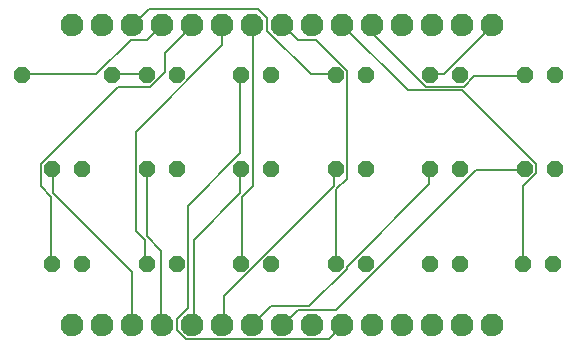
<source format=gbr>
G04 EAGLE Gerber RS-274X export*
G75*
%MOMM*%
%FSLAX34Y34*%
%LPD*%
%INBottom Copper*%
%IPPOS*%
%AMOC8*
5,1,8,0,0,1.08239X$1,22.5*%
G01*
%ADD10C,1.930400*%
%ADD11P,1.429621X8X22.500000*%
%ADD12C,0.152400*%


D10*
X124500Y322500D03*
X149900Y322500D03*
X175300Y322500D03*
X200700Y322500D03*
X226100Y322500D03*
X251500Y322500D03*
X276900Y322500D03*
X302300Y322500D03*
X327700Y322500D03*
X353100Y322500D03*
X378500Y322500D03*
X403900Y322500D03*
X429300Y322500D03*
X454700Y322500D03*
X480100Y322500D03*
X124500Y68500D03*
X149900Y68500D03*
X175300Y68500D03*
X200700Y68500D03*
X226100Y68500D03*
X251500Y68500D03*
X276900Y68500D03*
X302300Y68500D03*
X327700Y68500D03*
X353100Y68500D03*
X378500Y68500D03*
X403900Y68500D03*
X429300Y68500D03*
X454700Y68500D03*
X480100Y68500D03*
D11*
X507300Y280000D03*
X532700Y280000D03*
X427300Y280000D03*
X452700Y280000D03*
X347300Y280000D03*
X372700Y280000D03*
X267300Y280000D03*
X292700Y280000D03*
X187300Y280000D03*
X212700Y280000D03*
X507300Y200000D03*
X532700Y200000D03*
X427300Y200000D03*
X452700Y200000D03*
X347300Y200000D03*
X372700Y200000D03*
X267300Y200000D03*
X292700Y200000D03*
X187300Y200000D03*
X212700Y200000D03*
X107300Y200000D03*
X132700Y200000D03*
X505788Y119604D03*
X531188Y119604D03*
X427300Y120000D03*
X452700Y120000D03*
X347300Y120000D03*
X372700Y120000D03*
X267300Y120000D03*
X292700Y120000D03*
X187300Y120000D03*
X212700Y120000D03*
X107300Y120000D03*
X132700Y120000D03*
X81900Y280000D03*
X158100Y280000D03*
D12*
X106680Y176784D02*
X106680Y120396D01*
X106680Y176784D02*
X97536Y185928D01*
X97536Y204216D01*
X163068Y269748D01*
X190500Y269748D01*
X202692Y281940D01*
X202692Y298704D01*
X225552Y321564D01*
X106680Y120396D02*
X107300Y120000D01*
X225552Y321564D02*
X226100Y322500D01*
X185928Y140208D02*
X185928Y120396D01*
X185928Y140208D02*
X178308Y147828D01*
X178308Y231648D01*
X251460Y304800D01*
X251460Y321564D01*
X187300Y120000D02*
X185928Y120396D01*
X251460Y321564D02*
X251500Y322500D01*
X268224Y176784D02*
X268224Y120396D01*
X268224Y176784D02*
X277368Y185928D01*
X277368Y321564D01*
X268224Y120396D02*
X267300Y120000D01*
X277368Y321564D02*
X276900Y322500D01*
X347472Y182880D02*
X347472Y120396D01*
X347472Y182880D02*
X356616Y192024D01*
X356616Y283464D01*
X330708Y309372D01*
X315468Y309372D01*
X303276Y321564D01*
X347472Y120396D02*
X347300Y120000D01*
X303276Y321564D02*
X302300Y322500D01*
X505968Y185928D02*
X505968Y120396D01*
X505968Y185928D02*
X516636Y196596D01*
X516636Y204216D01*
X454152Y266700D01*
X408432Y266700D01*
X353568Y321564D01*
X505968Y120396D02*
X505788Y119604D01*
X353568Y321564D02*
X353100Y322500D01*
X144780Y280416D02*
X82296Y280416D01*
X144780Y280416D02*
X173736Y309372D01*
X187452Y309372D01*
X199644Y321564D01*
X82296Y280416D02*
X81900Y280000D01*
X199644Y321564D02*
X200700Y322500D01*
X108204Y199644D02*
X108204Y179832D01*
X175260Y112776D01*
X175260Y68580D01*
X108204Y199644D02*
X107300Y200000D01*
X175260Y68580D02*
X175300Y68500D01*
X187452Y143256D02*
X187452Y199644D01*
X187452Y143256D02*
X199644Y131064D01*
X199644Y68580D01*
X187452Y199644D02*
X187300Y200000D01*
X199644Y68580D02*
X200700Y68500D01*
X266700Y179832D02*
X266700Y199644D01*
X266700Y179832D02*
X227076Y140208D01*
X227076Y68580D01*
X266700Y199644D02*
X267300Y200000D01*
X227076Y68580D02*
X226100Y68500D01*
X345948Y185928D02*
X345948Y199644D01*
X345948Y185928D02*
X252984Y92964D01*
X252984Y68580D01*
X345948Y199644D02*
X347300Y200000D01*
X252984Y68580D02*
X251500Y68500D01*
X426720Y187452D02*
X426720Y199644D01*
X426720Y187452D02*
X356616Y117348D01*
X356616Y115824D01*
X324612Y83820D01*
X292608Y83820D01*
X277368Y68580D01*
X426720Y199644D02*
X427300Y200000D01*
X277368Y68580D02*
X276900Y68500D01*
X466344Y199644D02*
X505968Y199644D01*
X466344Y199644D02*
X347472Y80772D01*
X315468Y80772D01*
X303276Y68580D01*
X505968Y199644D02*
X507300Y200000D01*
X303276Y68580D02*
X302300Y68500D01*
X185928Y280416D02*
X158496Y280416D01*
X158100Y280000D01*
X185928Y280416D02*
X187300Y280000D01*
X464820Y278892D02*
X505968Y278892D01*
X464820Y278892D02*
X455676Y269748D01*
X423672Y269748D01*
X379476Y313944D01*
X379476Y321564D01*
X505968Y278892D02*
X507300Y280000D01*
X379476Y321564D02*
X378500Y322500D01*
X428244Y280416D02*
X438912Y280416D01*
X480060Y321564D01*
X428244Y280416D02*
X427300Y280000D01*
X480060Y321564D02*
X480100Y322500D01*
X345948Y280416D02*
X326136Y280416D01*
X289560Y316992D01*
X289560Y327660D01*
X281940Y335280D01*
X188976Y335280D01*
X176784Y323088D01*
X345948Y280416D02*
X347300Y280000D01*
X176784Y323088D02*
X175300Y322500D01*
X266700Y278892D02*
X266700Y213360D01*
X222504Y169164D01*
X222504Y82296D01*
X213360Y73152D01*
X213360Y64008D01*
X220980Y56388D01*
X341376Y56388D01*
X352044Y67056D01*
X266700Y278892D02*
X267300Y280000D01*
X353100Y68500D02*
X352044Y67056D01*
M02*

</source>
